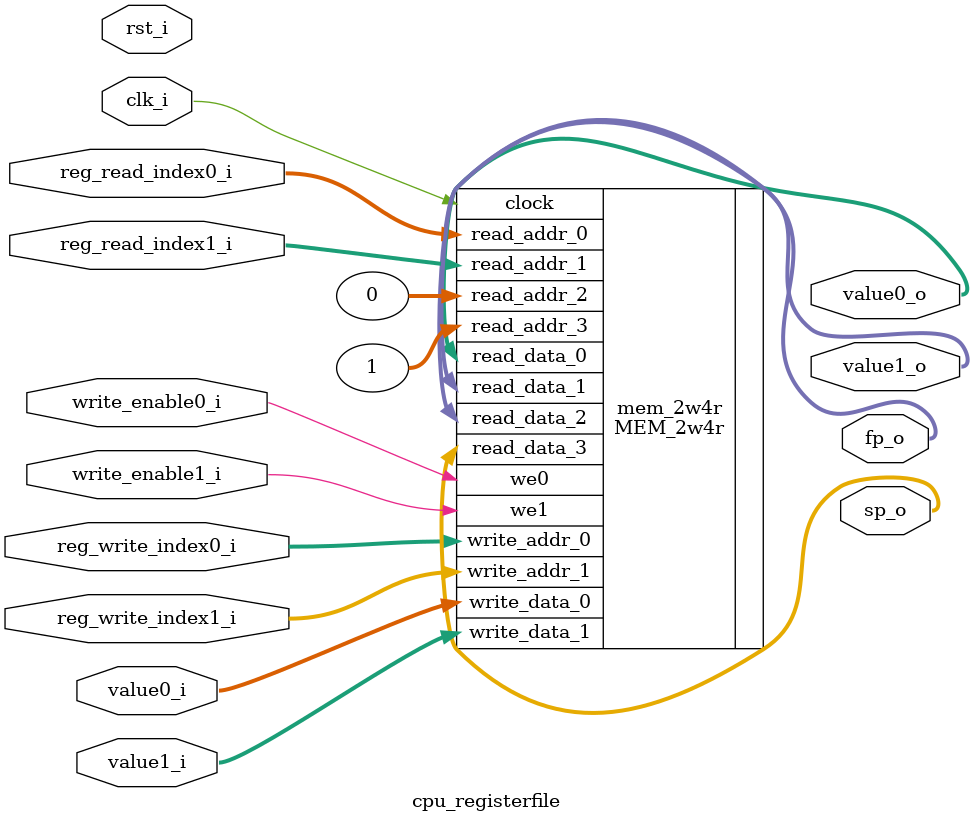
<source format=v>

module cpu_registerfile (/*AUTOARG*/
  // Outputs
  value0_o, value1_o, sp_o, fp_o,
  // Inputs
  rst_i, clk_i, write_enable0_i, write_enable1_i, value0_i, value1_i,
  reg_write_index0_i, reg_write_index1_i, reg_read_index0_i,
  reg_read_index1_i
  );
   
  // synthesis translate_off 
  initial
    begin
       $dumpvars(1, mem_2w4r);
    end
  // synthesis translate_on 

  // --- Clock and Reset ------------------------------------------
  input  rst_i, clk_i;

   output [31:0] value0_o, value1_o;
   output [31:0] sp_o;
   output [31:0] fp_o;

   input write_enable0_i, write_enable1_i;
   input [31:0] value0_i, value1_i;
   input [0:3] reg_write_index0_i, reg_write_index1_i;
   input [0:3] reg_read_index0_i, reg_read_index1_i;

  always @(posedge clk_i)
    begin
      if (write_enable0_i) begin
	$display("%x <= %x", reg_write_index0_i, value0_i);
      end
      if (write_enable1_i) begin
	$display("%x <= %x", reg_write_index1_i, value1_i);
      end
    end
   
  MEM_2w4r mem_2w4r (.clock(clk_i),
		     .we0(write_enable0_i),
		     .we1(write_enable1_i),
		     .write_addr_0(reg_write_index0_i),
		     .write_data_0(value0_i),
		     .write_addr_1(reg_write_index1_i),
		     .write_data_1(value1_i),
		     .read_addr_0(reg_read_index0_i),
		     .read_data_0(value0_o),
		     .read_addr_1(reg_read_index1_i),
		     .read_data_1(value1_o),
		     .read_addr_2(0),
		     .read_data_2(fp_o),
		     .read_addr_3(1),
		     .read_data_3(sp_o));
   
endmodule // cpu_registerfile

</source>
